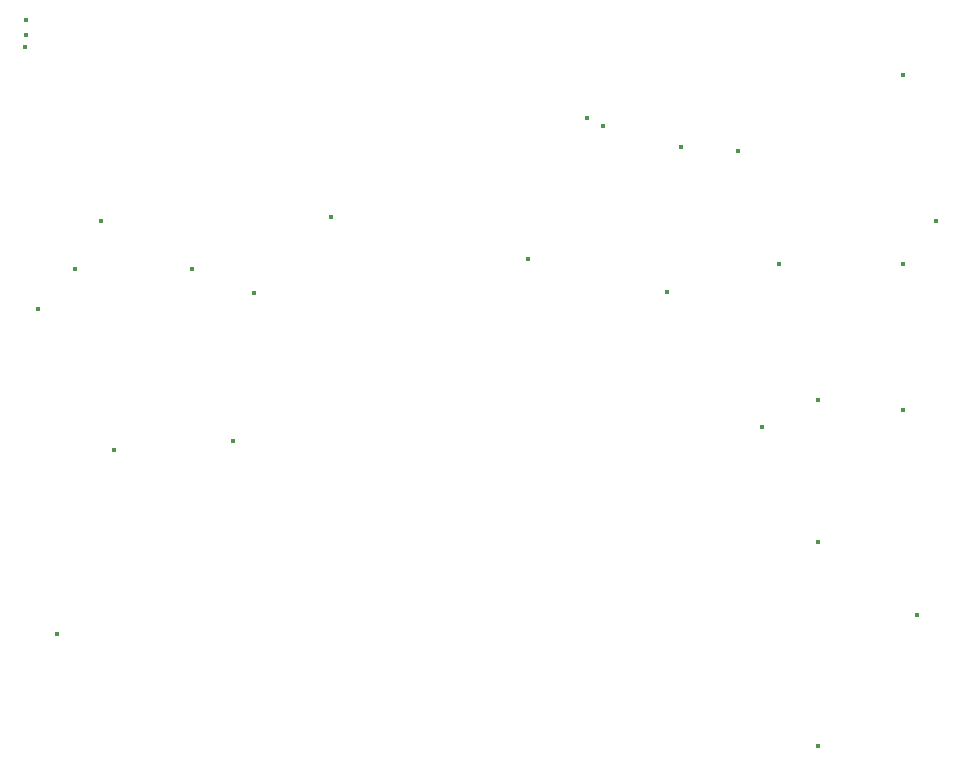
<source format=gbr>
%TF.GenerationSoftware,KiCad,Pcbnew,8.0.4*%
%TF.CreationDate,2024-10-07T11:54:42+07:00*%
%TF.ProjectId,System_Control,53797374-656d-45f4-936f-6e74726f6c2e,rev?*%
%TF.SameCoordinates,Original*%
%TF.FileFunction,Plated,1,3,Blind,Drill*%
%TF.FilePolarity,Positive*%
%FSLAX46Y46*%
G04 Gerber Fmt 4.6, Leading zero omitted, Abs format (unit mm)*
G04 Created by KiCad (PCBNEW 8.0.4) date 2024-10-07 11:54:42*
%MOMM*%
%LPD*%
G01*
G04 APERTURE LIST*
%TA.AperFunction,ViaDrill*%
%ADD10C,0.400000*%
%TD*%
G04 APERTURE END LIST*
D10*
X161220200Y-99431600D03*
X161245600Y-98390200D03*
X161271000Y-97120200D03*
X162287000Y-121605800D03*
X163912600Y-149088600D03*
X165466300Y-118176800D03*
X167646400Y-114112800D03*
X168764000Y-133524000D03*
X175368000Y-118176800D03*
X178822400Y-132756400D03*
X180575000Y-120234200D03*
X187102800Y-113775400D03*
X203790600Y-117344000D03*
X208769000Y-105451400D03*
X210140600Y-106111800D03*
X215557000Y-120113600D03*
X216719200Y-107839000D03*
X221545200Y-108220000D03*
X223628000Y-131537200D03*
X225026000Y-117756800D03*
X228352400Y-129251200D03*
X228372050Y-141290800D03*
X228378400Y-158613600D03*
X235540600Y-101793800D03*
X235540600Y-130114800D03*
X235566000Y-117770400D03*
X236709000Y-147513800D03*
X238341000Y-114163600D03*
M02*

</source>
